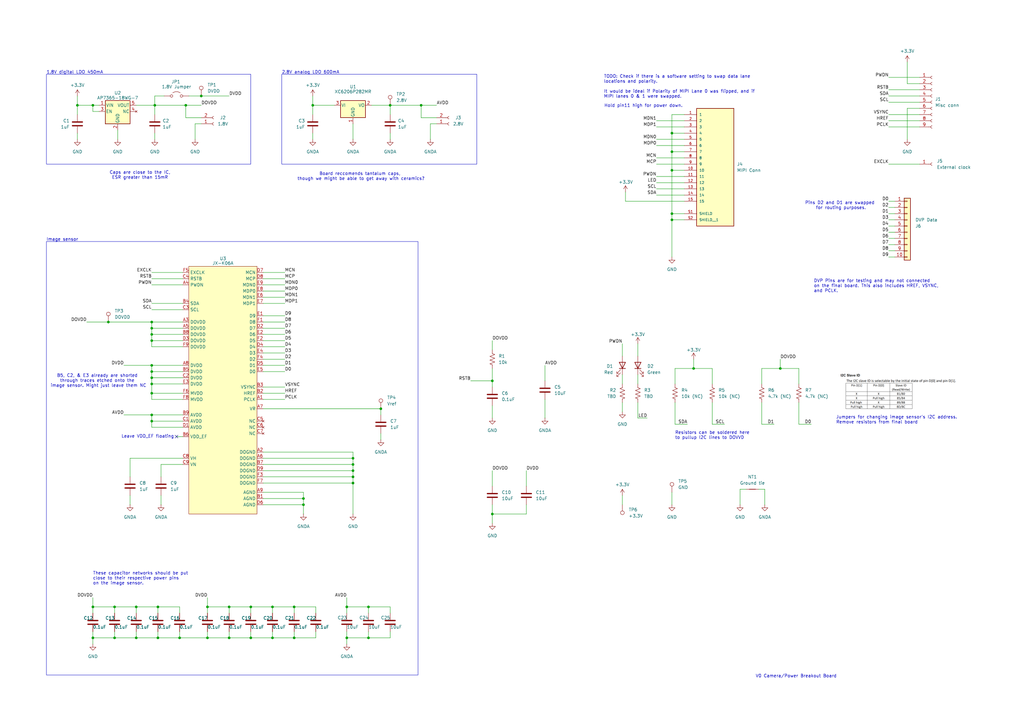
<source format=kicad_sch>
(kicad_sch (version 20231120) (generator "eeschema") (generator_version "8.0")
  (paper "A3")
  (lib_symbols
    (symbol "Connector:Conn_01x01_Socket" (pin_names (offset 1.016) hide)
      (property "Reference" "J" (at 0 2.54 0))
      (property "Value" "Conn_01x01_Socket" (at 0 -2.54 0))
      (symbol "Conn_01x01_Socket_1_1"
        (pin passive line (at -5.08 0 0) (length 3.81) (name "Pin_1") (number "1"))
      )
    )
    (symbol "Connector:Conn_01x02_Socket" (pin_names (offset 1.016) hide)
      (property "Reference" "J" (at 0 2.54 0))
      (property "Value" "Conn_01x02_Socket" (at 0 -5.08 0))
      (symbol "Conn_01x02_Socket_1_1"
        (pin passive line (at -5.08 0 0) (length 3.81) (name "Pin_1") (number "1"))
        (pin passive line (at -5.08 -2.54 0) (length 3.81) (name "Pin_2") (number "2"))
      )
    )
    (symbol "Connector:Conn_01x09_Socket" (pin_names (offset 1.016) hide)
      (property "Reference" "J" (at 0 12.7 0))
      (property "Value" "Conn_01x09_Socket" (at 0 -12.7 0))
      (symbol "Conn_01x09_Socket_1_1"
        (pin passive line (at -5.08 10.16 0) (length 3.81) (name "Pin_1") (number "1"))
        (pin passive line (at -5.08 7.62 0) (length 3.81) (name "Pin_2") (number "2"))
        (pin passive line (at -5.08 5.08 0) (length 3.81) (name "Pin_3") (number "3"))
        (pin passive line (at -5.08 2.54 0) (length 3.81) (name "Pin_4") (number "4"))
        (pin passive line (at -5.08 0 0) (length 3.81) (name "Pin_5") (number "5"))
        (pin passive line (at -5.08 -2.54 0) (length 3.81) (name "Pin_6") (number "6"))
        (pin passive line (at -5.08 -5.08 0) (length 3.81) (name "Pin_7") (number "7"))
        (pin passive line (at -5.08 -7.62 0) (length 3.81) (name "Pin_8") (number "8"))
        (pin passive line (at -5.08 -10.16 0) (length 3.81) (name "Pin_9") (number "9"))
      )
    )
    (symbol "Connector:TestPoint" (pin_numbers hide) (pin_names (offset 0.762) hide)
      (property "Reference" "TP" (at 0 6.858 0))
      (property "Value" "TestPoint" (at 0 5.08 0))
      (symbol "TestPoint_1_1"
        (pin passive line (at 0 0 90) (length 2.54) (name "1") (number "1"))
      )
    )
    (symbol "Connector_Generic:Conn_01x10" (pin_names (offset 1.016) hide)
      (property "Reference" "J" (at 0 12.7 0))
      (property "Value" "Conn_01x10" (at 0 -15.24 0))
      (symbol "Conn_01x10_1_1"
        (pin passive line (at -5.08 10.16 0) (length 3.81) (name "Pin_1") (number "1"))
        (pin passive line (at -5.08 -12.7 0) (length 3.81) (name "Pin_10") (number "10"))
        (pin passive line (at -5.08 7.62 0) (length 3.81) (name "Pin_2") (number "2"))
        (pin passive line (at -5.08 5.08 0) (length 3.81) (name "Pin_3") (number "3"))
        (pin passive line (at -5.08 2.54 0) (length 3.81) (name "Pin_4") (number "4"))
        (pin passive line (at -5.08 0 0) (length 3.81) (name "Pin_5") (number "5"))
        (pin passive line (at -5.08 -2.54 0) (length 3.81) (name "Pin_6") (number "6"))
        (pin passive line (at -5.08 -5.08 0) (length 3.81) (name "Pin_7") (number "7"))
        (pin passive line (at -5.08 -7.62 0) (length 3.81) (name "Pin_8") (number "8"))
        (pin passive line (at -5.08 -10.16 0) (length 3.81) (name "Pin_9") (number "9"))
      )
    )
    (symbol "Device:C" (pin_numbers hide) (pin_names (offset 0.254))
      (property "Reference" "C" (at 0.635 2.54 0))
      (property "Value" "C" (at 0.635 -2.54 0))
      (symbol "C_1_1"
        (pin passive line (at 0 3.81 270) (length 2.794) (name "~") (number "1"))
        (pin passive line (at 0 -3.81 90) (length 2.794) (name "~") (number "2"))
      )
    )
    (symbol "Device:LED" (pin_numbers hide) (pin_names (offset 1.016) hide)
      (property "Reference" "D" (at 0 2.54 0))
      (property "Value" "LED" (at 0 -2.54 0))
      (symbol "LED_1_1"
        (pin passive line (at -3.81 0 0) (length 2.54) (name "K") (number "1"))
        (pin passive line (at 3.81 0 180) (length 2.54) (name "A") (number "2"))
      )
    )
    (symbol "Device:NetTie_2" (pin_numbers hide) (pin_names (offset 0) hide) (in_bom no)
      (property "Reference" "NT" (at 0 1.27 0))
      (property "Value" "NetTie_2" (at 0 -1.27 0))
      (symbol "NetTie_2_1_1"
        (pin passive line (at -2.54 0 0) (length 2.54) (name "1") (number "1"))
        (pin passive line (at 2.54 0 180) (length 2.54) (name "2") (number "2"))
      )
    )
    (symbol "Device:R_US" (pin_numbers hide) (pin_names (offset 0))
      (property "Reference" "R" (at 2.54 0 90))
      (property "Value" "R_US" (at -2.54 0 90))
      (symbol "R_US_1_1"
        (pin passive line (at 0 3.81 270) (length 1.27) (name "~") (number "1"))
        (pin passive line (at 0 -3.81 90) (length 1.27) (name "~") (number "2"))
      )
    )
    (symbol "Jumper:Jumper_2_Open" (pin_numbers hide) (pin_names (offset 0) hide) (exclude_from_sim yes)
      (property "Reference" "JP" (at 0 2.794 0))
      (property "Value" "Jumper_2_Open" (at 0 -2.286 0))
      (symbol "Jumper_2_Open_1_1"
        (pin passive line (at -5.08 0 0) (length 2.54) (name "A") (number "1"))
        (pin passive line (at 5.08 0 180) (length 2.54) (name "B") (number "2"))
      )
    )
    (symbol "Regulator_Linear:TPS76338" (pin_names (offset 0.254))
      (property "Reference" "U4" (at 0 7.62 0))
      (symbol "TPS76338_1_1"
        (pin power_in line (at -7.62 2.54 0) (length 2.54) (name "VIN") (number "1"))
        (pin power_in line (at 0 -7.62 90) (length 2.54) (name "GND") (number "2"))
        (pin input line (at -7.62 0 0) (length 2.54) (name "EN") (number "3"))
        (pin no_connect line (at 7.62 0 180) (length 2.54) (name "NC") (number "4"))
        (pin power_out line (at 7.62 2.54 180) (length 2.54) (name "VOUT") (number "5"))
      )
    )
    (symbol "Regulator_Linear:XC6206PxxxMR" (pin_names (offset 0.254))
      (property "Reference" "U" (at -3.81 3.175 0))
      (property "Value" "XC6206PxxxMR" (at 0 3.175 0))
      (symbol "XC6206PxxxMR_1_1"
        (pin power_in line (at 0 -7.62 90) (length 2.54) (name "GND") (number "1"))
        (pin power_out line (at 7.62 0 180) (length 2.54) (name "VO") (number "2"))
        (pin power_in line (at -7.62 0 0) (length 2.54) (name "VI") (number "3"))
      )
    )
    (symbol "power:+3.3V" (power) (pin_names (offset 0))
      (property "Value" "+3.3V" (at 0 3.556 0))
      (symbol "+3.3V_1_1"
        (pin power_in line (at 0 0 90) (length 0) hide (name "+3.3V") (number "1"))
      )
    )
    (symbol "power:GND" (power) (pin_names (offset 0))
      (property "Value" "GND" (at 0 -3.81 0))
      (symbol "GND_1_1"
        (pin power_in line (at 0 0 270) (length 0) hide (name "GND") (number "1"))
      )
    )
    (symbol "power:GNDA" (power) (pin_numbers hide) (pin_names (offset 0) hide)
      (property "Value" "GNDA" (at 0 -3.81 0))
      (symbol "GNDA_1_1"
        (pin power_in line (at 0 0 270) (length 0) (name "~") (number "1"))
      )
    )
    (symbol "uwrl_hardware:JX-F38P/K06A"
      (property "Reference" "U4" (at 0 1.905 0))
      (property "Value" "JX-K06A" (at 0 0 0))
      (symbol "JX-F38P/K06A_0_0"
        (text "" (at 16.51 -38.1 0) (effects (font (size 1.27 1.27))))
      )
      (symbol "JX-F38P/K06A_1_1"
        (pin bidirectional line (at 16.51 -55.88 180) (length 2.54) (name "PCLK") (number "A1"))
        (pin power_out line (at 16.51 -77.47 180) (length 2.54) (name "DOGND") (number "A2"))
        (pin power_in line (at -16.51 -24.13 0) (length 2.54) (name "DOVDD") (number "A3"))
        (pin input line (at -16.51 -8.89 0) (length 2.54) (name "PWDN") (number "A4"))
        (pin power_in line (at -16.51 -26.67 0) (length 2.54) (name "DOVDD") (number "A5"))
        (pin power_out line (at 16.51 -80.01 180) (length 2.54) (name "DOGND") (number "A6"))
        (pin passive line (at 16.51 -59.69 180) (length 2.54) (name "VR") (number "A7"))
        (pin power_in line (at -16.51 -41.91 0) (length 2.54) (name "DVDD") (number "A8"))
        (pin power_out line (at 16.51 -93.98 180) (length 2.54) (name "AGND") (number "A9"))
        (pin power_out line (at 16.51 -96.52 180) (length 2.54) (name "AGND") (number "B1"))
        (pin bidirectional line (at 16.51 -53.34 180) (length 2.54) (name "HREF") (number "B2"))
        (pin bidirectional line (at 16.51 -50.8 180) (length 2.54) (name "VSYNC") (number "B3"))
        (pin bidirectional line (at -16.51 -16.51 0) (length 2.54) (name "SDA") (number "B4"))
        (pin power_in line (at -16.51 -44.45 0) (length 2.54) (name "DVDD") (number "B5"))
        (pin power_in line (at -16.51 -71.12 0) (length 2.54) (name "VDD_EF") (number "B6"))
        (pin power_out line (at 16.51 -82.55 180) (length 2.54) (name "DOGND") (number "B7"))
        (pin power_in line (at -16.51 -29.21 0) (length 2.54) (name "DOVDD") (number "B8"))
        (pin power_in line (at -16.51 -62.23 0) (length 2.54) (name "AVDD") (number "B9"))
        (pin power_in line (at -16.51 -64.77 0) (length 2.54) (name "AVDD") (number "C1"))
        (pin power_in line (at -16.51 -46.99 0) (length 2.54) (name "DVDD") (number "C2"))
        (pin input line (at -16.51 -19.05 0) (length 2.54) (name "SCL") (number "C3"))
        (pin input line (at -16.51 -6.35 0) (length 2.54) (name "RSTB") (number "C4"))
        (pin no_connect line (at 16.51 -64.77 180) (length 2.54) (name "NC") (number "C5"))
        (pin no_connect line (at 16.51 -67.31 180) (length 2.54) (name "NC") (number "C6"))
        (pin no_connect line (at 16.51 -69.85 180) (length 2.54) (name "NC") (number "C7"))
        (pin passive line (at -16.51 -80.01 0) (length 2.54) (name "VH") (number "C8"))
        (pin passive line (at -16.51 -82.55 0) (length 2.54) (name "VN") (number "C9"))
        (pin power_in line (at -16.51 -67.31 0) (length 2.54) (name "AVDD") (number "D1"))
        (pin bidirectional line (at 16.51 -26.67 180) (length 2.54) (name "D7") (number "D2"))
        (pin power_in line (at -16.51 -31.75 0) (length 2.54) (name "DOVDD") (number "D3"))
        (pin bidirectional line (at 16.51 -34.29 180) (length 2.54) (name "D4") (number "D4"))
        (pin bidirectional line (at 16.51 -41.91 180) (length 2.54) (name "D1") (number "D5"))
        (pin power_out line (at 16.51 -99.06 180) (length 2.54) (name "AGND") (number "D6"))
        (pin bidirectional line (at 16.51 -3.81 180) (length 2.54) (name "MCN") (number "D7"))
        (pin bidirectional line (at 16.51 -6.35 180) (length 2.54) (name "MCP") (number "D8"))
        (pin power_out line (at 16.51 -85.09 180) (length 2.54) (name "DOGND") (number "D9"))
        (pin bidirectional line (at 16.51 -21.59 180) (length 2.54) (name "D9") (number "E1"))
        (pin bidirectional line (at 16.51 -29.21 180) (length 2.54) (name "D6") (number "E2"))
        (pin power_in line (at -16.51 -49.53 0) (length 2.54) (name "DVDD") (number "E3"))
        (pin bidirectional line (at 16.51 -36.83 180) (length 2.54) (name "D3") (number "E4"))
        (pin bidirectional line (at 16.51 -44.45 180) (length 2.54) (name "D0") (number "E5"))
        (pin bidirectional line (at 16.51 -13.97 180) (length 2.54) (name "MDN1") (number "E6"))
        (pin bidirectional line (at 16.51 -16.51 180) (length 2.54) (name "MDP1") (number "E7"))
        (pin bidirectional line (at 16.51 -11.43 180) (length 2.54) (name "MDP0") (number "E8"))
        (pin bidirectional line (at 16.51 -8.89 180) (length 2.54) (name "MDN0") (number "E9"))
        (pin bidirectional line (at 16.51 -24.13 180) (length 2.54) (name "D8") (number "F1"))
        (pin bidirectional line (at 16.51 -31.75 180) (length 2.54) (name "D5") (number "F2"))
        (pin power_out line (at 16.51 -87.63 180) (length 2.54) (name "DOGND") (number "F3"))
        (pin bidirectional line (at 16.51 -39.37 180) (length 2.54) (name "D2") (number "F4"))
        (pin input line (at -16.51 -3.81 0) (length 2.54) (name "EXCLK") (number "F5"))
        (pin power_in line (at -16.51 -53.34 0) (length 2.54) (name "MVDD") (number "F6"))
        (pin power_out line (at 16.51 -90.17 180) (length 2.54) (name "DOGND") (number "F7"))
        (pin power_in line (at -16.51 -55.88 0) (length 2.54) (name "MVDD") (number "F8"))
        (pin power_in line (at -16.51 -34.29 0) (length 2.54) (name "DOVDD") (number "F9"))
      )
    )
    (symbol "uwrl_hardware:SFW15R-2STE1LF" (pin_names (offset 1.016))
      (property "Reference" "J" (at -8.12 22.86 0))
      (property "Value" "SFW15R-2STE1LF" (at -7.62 -27.94 0))
      (symbol "SFW15R-2STE1LF_0_0"
        (pin passive line (at -12.7 20.32 0) (length 5.08) (name "1") (number "1"))
        (pin passive line (at -12.7 -2.54 0) (length 5.08) (name "10") (number "10"))
        (pin passive line (at -12.7 -5.08 0) (length 5.08) (name "11") (number "11"))
        (pin passive line (at -12.7 -7.62 0) (length 5.08) (name "12") (number "12"))
        (pin passive line (at -12.7 -10.16 0) (length 5.08) (name "13") (number "13"))
        (pin passive line (at -12.7 -12.7 0) (length 5.08) (name "14") (number "14"))
        (pin passive line (at -12.7 -15.24 0) (length 5.08) (name "15") (number "15"))
        (pin passive line (at -12.7 17.78 0) (length 5.08) (name "2") (number "2"))
        (pin passive line (at -12.7 15.24 0) (length 5.08) (name "3") (number "3"))
        (pin passive line (at -12.7 12.7 0) (length 5.08) (name "4") (number "4"))
        (pin passive line (at -12.7 10.16 0) (length 5.08) (name "5") (number "5"))
        (pin passive line (at -12.7 7.62 0) (length 5.08) (name "6") (number "6"))
        (pin passive line (at -12.7 5.08 0) (length 5.08) (name "7") (number "7"))
        (pin passive line (at -12.7 2.54 0) (length 5.08) (name "8") (number "8"))
        (pin passive line (at -12.7 0 0) (length 5.08) (name "9") (number "9"))
        (pin passive line (at -12.7 -20.32 0) (length 5.08) (name "SHIELD") (number "S1"))
        (pin passive line (at -12.7 -22.86 0) (length 5.08) (name "SHIELD__1") (number "S2"))
      )
    )
  )
  (junction (at 62.23 154.94))
  (junction (at 62.23 132.08))
  (junction (at 62.23 139.7))
  (junction (at 63.5 43.18))
  (junction (at 85.09 261.62))
  (junction (at 275.59 54.61))
  (junction (at 156.21 167.64))
  (junction (at 151.13 261.62))
  (junction (at 62.23 152.4))
  (junction (at 144.78 187.96))
  (junction (at 62.23 172.72))
  (junction (at 275.59 62.23))
  (junction (at 128.27 43.18))
  (junction (at 93.98 248.92))
  (junction (at 144.78 193.04))
  (junction (at 38.1 261.62))
  (junction (at 31.75 43.18))
  (junction (at 144.78 190.5))
  (junction (at 38.1 43.18))
  (junction (at 85.09 248.92))
  (junction (at 201.93 210.82))
  (junction (at 46.99 261.62))
  (junction (at 111.76 248.92))
  (junction (at 111.76 261.62))
  (junction (at 124.46 204.47))
  (junction (at 320.04 151.13))
  (junction (at 201.93 156.21))
  (junction (at 102.87 261.62))
  (junction (at 62.23 157.48))
  (junction (at 76.2 43.18))
  (junction (at 55.88 248.92))
  (junction (at 142.24 261.62))
  (junction (at 124.46 207.01))
  (junction (at 73.66 261.62))
  (junction (at 62.23 134.62))
  (junction (at 284.48 151.13))
  (junction (at 275.59 87.63))
  (junction (at 172.72 43.18))
  (junction (at 93.98 261.62))
  (junction (at 120.65 261.62))
  (junction (at 46.99 248.92))
  (junction (at 142.24 248.92))
  (junction (at 55.88 261.62))
  (junction (at 82.55 39.37))
  (junction (at 64.77 248.92))
  (junction (at 44.45 132.08))
  (junction (at 62.23 161.29))
  (junction (at 275.59 90.17))
  (junction (at 62.23 170.18))
  (junction (at 64.77 261.62))
  (junction (at 144.78 198.12))
  (junction (at 160.02 43.18))
  (junction (at 62.23 137.16))
  (junction (at 38.1 248.92))
  (junction (at 151.13 248.92))
  (junction (at 275.59 69.85))
  (junction (at 120.65 248.92))
  (junction (at 144.78 195.58))
  (junction (at 102.87 248.92))
  (junction (at 62.23 149.86))
  (no_connect (at 72.39 179.07))
  (wire (pts (xy 364.49 49.53) (xy 377.19 49.53)))
  (wire (pts (xy 172.72 43.18) (xy 179.07 43.18)))
  (wire (pts (xy 215.9 210.82) (xy 201.93 210.82)))
  (wire (pts (xy 144.78 50.8) (xy 144.78 57.15)))
  (wire (pts (xy 124.46 201.93) (xy 124.46 204.47)))
  (wire (pts (xy 63.5 43.18) (xy 63.5 46.99)))
  (wire (pts (xy 31.75 54.61) (xy 31.75 57.15)))
  (wire (pts (xy 201.93 166.37) (xy 201.93 171.45)))
  (wire (pts (xy 107.95 121.92) (xy 116.84 121.92)))
  (wire (pts (xy 107.95 116.84) (xy 116.84 116.84)))
  (wire (pts (xy 372.11 25.4) (xy 372.11 34.29)))
  (wire (pts (xy 269.24 77.47) (xy 280.67 77.47)))
  (wire (pts (xy 269.24 59.69) (xy 280.67 59.69)))
  (wire (pts (xy 292.1 151.13) (xy 284.48 151.13)))
  (wire (pts (xy 107.95 195.58) (xy 144.78 195.58)))
  (wire (pts (xy 292.1 151.13) (xy 292.1 157.48)))
  (wire (pts (xy 62.23 157.48) (xy 62.23 154.94)))
  (wire (pts (xy 62.23 137.16) (xy 62.23 134.62)))
  (wire (pts (xy 120.65 259.08) (xy 120.65 261.62)))
  (wire (pts (xy 312.42 151.13) (xy 312.42 157.48)))
  (wire (pts (xy 280.67 87.63) (xy 275.59 87.63)))
  (wire (pts (xy 201.93 193.04) (xy 201.93 199.39)))
  (wire (pts (xy 107.95 147.32) (xy 116.84 147.32)))
  (wire (pts (xy 364.49 100.33) (xy 367.03 100.33)))
  (wire (pts (xy 129.54 259.08) (xy 129.54 261.62)))
  (wire (pts (xy 73.66 251.46) (xy 73.66 248.92)))
  (wire (pts (xy 63.5 54.61) (xy 63.5 57.15)))
  (wire (pts (xy 62.23 152.4) (xy 74.93 152.4)))
  (wire (pts (xy 107.95 152.4) (xy 116.84 152.4)))
  (wire (pts (xy 129.54 248.92) (xy 129.54 251.46)))
  (wire (pts (xy 275.59 201.93) (xy 275.59 207.01)))
  (wire (pts (xy 297.18 173.99) (xy 292.1 173.99)))
  (wire (pts (xy 35.56 132.08) (xy 44.45 132.08)))
  (wire (pts (xy 160.02 261.62) (xy 151.13 261.62)))
  (wire (pts (xy 62.23 154.94) (xy 62.23 152.4)))
  (wire (pts (xy 38.1 261.62) (xy 38.1 264.16)))
  (wire (pts (xy 269.24 57.15) (xy 280.67 57.15)))
  (wire (pts (xy 107.95 129.54) (xy 116.84 129.54)))
  (wire (pts (xy 74.93 175.26) (xy 62.23 175.26)))
  (wire (pts (xy 107.95 163.83) (xy 116.84 163.83)))
  (wire (pts (xy 364.49 46.99) (xy 377.19 46.99)))
  (wire (pts (xy 261.62 171.45) (xy 265.43 171.45)))
  (wire (pts (xy 62.23 132.08) (xy 74.93 132.08)))
  (wire (pts (xy 303.53 207.01) (xy 303.53 200.66)))
  (wire (pts (xy 44.45 132.08) (xy 62.23 132.08)))
  (wire (pts (xy 367.03 82.55) (xy 364.49 82.55)))
  (wire (pts (xy 142.24 259.08) (xy 142.24 261.62)))
  (wire (pts (xy 107.95 201.93) (xy 124.46 201.93)))
  (wire (pts (xy 144.78 193.04) (xy 144.78 195.58)))
  (wire (pts (xy 160.02 259.08) (xy 160.02 261.62)))
  (wire (pts (xy 160.02 54.61) (xy 160.02 57.15)))
  (wire (pts (xy 269.24 72.39) (xy 280.67 72.39)))
  (wire (pts (xy 303.53 200.66) (xy 306.07 200.66)))
  (wire (pts (xy 255.27 140.97) (xy 255.27 146.05)))
  (wire (pts (xy 129.54 261.62) (xy 120.65 261.62)))
  (wire (pts (xy 215.9 193.04) (xy 215.9 199.39)))
  (wire (pts (xy 107.95 193.04) (xy 144.78 193.04)))
  (wire (pts (xy 364.49 105.41) (xy 367.03 105.41)))
  (wire (pts (xy 292.1 173.99) (xy 292.1 165.1)))
  (wire (pts (xy 46.99 251.46) (xy 46.99 248.92)))
  (wire (pts (xy 256.54 82.55) (xy 256.54 78.74)))
  (wire (pts (xy 85.09 245.11) (xy 85.09 248.92)))
  (wire (pts (xy 151.13 261.62) (xy 142.24 261.62)))
  (wire (pts (xy 223.52 163.83) (xy 223.52 171.45)))
  (wire (pts (xy 55.88 259.08) (xy 55.88 261.62)))
  (wire (pts (xy 120.65 261.62) (xy 111.76 261.62)))
  (wire (pts (xy 261.62 165.1) (xy 261.62 171.45)))
  (wire (pts (xy 332.74 173.99) (xy 327.66 173.99)))
  (wire (pts (xy 62.23 137.16) (xy 74.93 137.16)))
  (wire (pts (xy 280.67 46.99) (xy 275.59 46.99)))
  (wire (pts (xy 120.65 248.92) (xy 111.76 248.92)))
  (wire (pts (xy 372.11 57.15) (xy 372.11 44.45)))
  (wire (pts (xy 124.46 207.01) (xy 124.46 210.82)))
  (wire (pts (xy 128.27 43.18) (xy 128.27 39.37)))
  (wire (pts (xy 275.59 69.85) (xy 275.59 87.63)))
  (wire (pts (xy 255.27 153.67) (xy 255.27 157.48)))
  (wire (pts (xy 372.11 44.45) (xy 377.19 44.45)))
  (wire (pts (xy 160.02 43.18) (xy 172.72 43.18)))
  (wire (pts (xy 107.95 132.08) (xy 116.84 132.08)))
  (wire (pts (xy 38.1 259.08) (xy 38.1 261.62)))
  (wire (pts (xy 74.93 190.5) (xy 66.04 190.5)))
  (wire (pts (xy 160.02 43.18) (xy 160.02 46.99)))
  (wire (pts (xy 48.26 53.34) (xy 48.26 57.15)))
  (wire (pts (xy 82.55 50.8) (xy 80.01 50.8)))
  (wire (pts (xy 107.95 190.5) (xy 144.78 190.5)))
  (wire (pts (xy 62.23 114.3) (xy 74.93 114.3)))
  (wire (pts (xy 107.95 134.62) (xy 116.84 134.62)))
  (wire (pts (xy 160.02 248.92) (xy 151.13 248.92)))
  (wire (pts (xy 53.34 187.96) (xy 53.34 195.58)))
  (wire (pts (xy 276.86 151.13) (xy 284.48 151.13)))
  (wire (pts (xy 142.24 248.92) (xy 142.24 251.46)))
  (wire (pts (xy 280.67 90.17) (xy 275.59 90.17)))
  (wire (pts (xy 63.5 43.18) (xy 76.2 43.18)))
  (wire (pts (xy 311.15 200.66) (xy 313.69 200.66)))
  (wire (pts (xy 107.95 139.7) (xy 116.84 139.7)))
  (wire (pts (xy 62.23 172.72) (xy 62.23 175.26)))
  (wire (pts (xy 223.52 149.86) (xy 223.52 156.21)))
  (wire (pts (xy 107.95 161.29) (xy 116.84 161.29)))
  (wire (pts (xy 62.23 134.62) (xy 62.23 132.08)))
  (wire (pts (xy 142.24 261.62) (xy 142.24 264.16)))
  (wire (pts (xy 275.59 62.23) (xy 280.67 62.23)))
  (wire (pts (xy 364.49 97.79) (xy 367.03 97.79)))
  (wire (pts (xy 124.46 204.47) (xy 124.46 207.01)))
  (wire (pts (xy 364.49 41.91) (xy 377.19 41.91)))
  (wire (pts (xy 255.27 207.01) (xy 255.27 203.2)))
  (wire (pts (xy 73.66 248.92) (xy 64.77 248.92)))
  (wire (pts (xy 107.95 167.64) (xy 156.21 167.64)))
  (wire (pts (xy 31.75 43.18) (xy 31.75 46.99)))
  (wire (pts (xy 64.77 248.92) (xy 64.77 251.46)))
  (wire (pts (xy 327.66 151.13) (xy 327.66 157.48)))
  (wire (pts (xy 275.59 69.85) (xy 280.67 69.85)))
  (wire (pts (xy 62.23 142.24) (xy 62.23 139.7)))
  (wire (pts (xy 38.1 43.18) (xy 31.75 43.18)))
  (wire (pts (xy 364.49 95.25) (xy 367.03 95.25)))
  (wire (pts (xy 72.39 179.07) (xy 74.93 179.07)))
  (wire (pts (xy 144.78 190.5) (xy 144.78 193.04)))
  (wire (pts (xy 111.76 248.92) (xy 102.87 248.92)))
  (wire (pts (xy 172.72 48.26) (xy 179.07 48.26)))
  (wire (pts (xy 367.03 90.17) (xy 364.49 90.17)))
  (wire (pts (xy 176.53 50.8) (xy 176.53 57.15)))
  (wire (pts (xy 107.95 198.12) (xy 144.78 198.12)))
  (wire (pts (xy 50.8 149.86) (xy 62.23 149.86)))
  (wire (pts (xy 40.64 45.72) (xy 38.1 45.72)))
  (wire (pts (xy 62.23 161.29) (xy 62.23 157.48)))
  (wire (pts (xy 172.72 43.18) (xy 172.72 48.26)))
  (wire (pts (xy 320.04 151.13) (xy 320.04 147.32)))
  (wire (pts (xy 269.24 67.31) (xy 280.67 67.31)))
  (wire (pts (xy 107.95 111.76) (xy 116.84 111.76)))
  (wire (pts (xy 269.24 52.07) (xy 280.67 52.07)))
  (wire (pts (xy 55.88 248.92) (xy 46.99 248.92)))
  (wire (pts (xy 66.04 190.5) (xy 66.04 195.58)))
  (wire (pts (xy 201.93 139.7) (xy 201.93 143.51)))
  (wire (pts (xy 107.95 142.24) (xy 116.84 142.24)))
  (wire (pts (xy 38.1 43.18) (xy 40.64 43.18)))
  (wire (pts (xy 46.99 248.92) (xy 38.1 248.92)))
  (wire (pts (xy 269.24 64.77) (xy 280.67 64.77)))
  (wire (pts (xy 62.23 152.4) (xy 62.23 149.86)))
  (wire (pts (xy 46.99 261.62) (xy 55.88 261.62)))
  (wire (pts (xy 160.02 251.46) (xy 160.02 248.92)))
  (wire (pts (xy 128.27 43.18) (xy 128.27 46.99)))
  (wire (pts (xy 276.86 173.99) (xy 276.86 165.1)))
  (wire (pts (xy 102.87 248.92) (xy 102.87 251.46)))
  (wire (pts (xy 62.23 134.62) (xy 74.93 134.62)))
  (wire (pts (xy 62.23 139.7) (xy 62.23 137.16)))
  (wire (pts (xy 55.88 261.62) (xy 64.77 261.62)))
  (wire (pts (xy 93.98 39.37) (xy 82.55 39.37)))
  (wire (pts (xy 107.95 158.75) (xy 116.84 158.75)))
  (wire (pts (xy 62.23 154.94) (xy 74.93 154.94)))
  (wire (pts (xy 93.98 259.08) (xy 93.98 261.62)))
  (wire (pts (xy 31.75 43.18) (xy 31.75 39.37)))
  (wire (pts (xy 107.95 119.38) (xy 116.84 119.38)))
  (wire (pts (xy 62.23 161.29) (xy 74.93 161.29)))
  (wire (pts (xy 156.21 167.64) (xy 156.21 170.18)))
  (wire (pts (xy 107.95 187.96) (xy 144.78 187.96)))
  (wire (pts (xy 38.1 245.11) (xy 38.1 248.92)))
  (wire (pts (xy 261.62 140.97) (xy 261.62 146.05)))
  (wire (pts (xy 364.49 67.31) (xy 377.19 67.31)))
  (wire (pts (xy 275.59 87.63) (xy 275.59 90.17)))
  (wire (pts (xy 275.59 46.99) (xy 275.59 54.61)))
  (wire (pts (xy 46.99 259.08) (xy 46.99 261.62)))
  (wire (pts (xy 275.59 62.23) (xy 275.59 69.85)))
  (wire (pts (xy 313.69 200.66) (xy 313.69 207.01)))
  (wire (pts (xy 62.23 149.86) (xy 74.93 149.86)))
  (wire (pts (xy 364.49 31.75) (xy 377.19 31.75)))
  (wire (pts (xy 312.42 173.99) (xy 312.42 165.1)))
  (wire (pts (xy 111.76 259.08) (xy 111.76 261.62)))
  (wire (pts (xy 364.49 39.37) (xy 377.19 39.37)))
  (wire (pts (xy 62.23 170.18) (xy 62.23 172.72)))
  (wire (pts (xy 62.23 127) (xy 74.93 127)))
  (wire (pts (xy 64.77 248.92) (xy 55.88 248.92)))
  (wire (pts (xy 55.88 43.18) (xy 63.5 43.18)))
  (wire (pts (xy 281.94 173.99) (xy 276.86 173.99)))
  (wire (pts (xy 107.95 124.46) (xy 116.84 124.46)))
  (wire (pts (xy 64.77 259.08) (xy 64.77 261.62)))
  (wire (pts (xy 63.5 43.18) (xy 63.5 39.37)))
  (wire (pts (xy 364.49 102.87) (xy 367.03 102.87)))
  (wire (pts (xy 107.95 149.86) (xy 116.84 149.86)))
  (wire (pts (xy 74.93 142.24) (xy 62.23 142.24)))
  (wire (pts (xy 93.98 251.46) (xy 93.98 248.92)))
  (wire (pts (xy 372.11 34.29) (xy 377.19 34.29)))
  (wire (pts (xy 367.03 92.71) (xy 364.49 92.71)))
  (wire (pts (xy 144.78 198.12) (xy 144.78 210.82)))
  (wire (pts (xy 62.23 157.48) (xy 74.93 157.48)))
  (wire (pts (xy 280.67 82.55) (xy 256.54 82.55)))
  (wire (pts (xy 62.23 124.46) (xy 74.93 124.46)))
  (wire (pts (xy 193.04 156.21) (xy 201.93 156.21)))
  (wire (pts (xy 73.66 259.08) (xy 73.66 261.62)))
  (wire (pts (xy 111.76 248.92) (xy 111.76 251.46)))
  (wire (pts (xy 364.49 52.07) (xy 377.19 52.07)))
  (wire (pts (xy 38.1 45.72) (xy 38.1 43.18)))
  (wire (pts (xy 102.87 259.08) (xy 102.87 261.62)))
  (wire (pts (xy 76.2 43.18) (xy 76.2 48.26)))
  (wire (pts (xy 215.9 207.01) (xy 215.9 210.82)))
  (wire (pts (xy 66.04 203.2) (xy 66.04 207.01)))
  (wire (pts (xy 80.01 50.8) (xy 80.01 57.15)))
  (wire (pts (xy 107.95 137.16) (xy 116.84 137.16)))
  (wire (pts (xy 128.27 54.61) (xy 128.27 57.15)))
  (wire (pts (xy 269.24 74.93) (xy 280.67 74.93)))
  (wire (pts (xy 85.09 261.62) (xy 73.66 261.62)))
  (wire (pts (xy 269.24 80.01) (xy 280.67 80.01)))
  (wire (pts (xy 156.21 177.8) (xy 156.21 180.34)))
  (wire (pts (xy 76.2 43.18) (xy 82.55 43.18)))
  (wire (pts (xy 63.5 39.37) (xy 67.31 39.37)))
  (wire (pts (xy 107.95 144.78) (xy 116.84 144.78)))
  (wire (pts (xy 85.09 259.08) (xy 85.09 261.62)))
  (wire (pts (xy 261.62 153.67) (xy 261.62 157.48)))
  (wire (pts (xy 201.93 151.13) (xy 201.93 156.21)))
  (wire (pts (xy 38.1 248.92) (xy 38.1 251.46)))
  (wire (pts (xy 102.87 248.92) (xy 93.98 248.92)))
  (wire (pts (xy 201.93 207.01) (xy 201.93 210.82)))
  (wire (pts (xy 201.93 156.21) (xy 201.93 158.75)))
  (wire (pts (xy 367.03 87.63) (xy 364.49 87.63)))
  (wire (pts (xy 76.2 48.26) (xy 82.55 48.26)))
  (wire (pts (xy 327.66 173.99) (xy 327.66 165.1)))
  (wire (pts (xy 50.8 170.18) (xy 62.23 170.18)))
  (wire (pts (xy 142.24 245.11) (xy 142.24 248.92)))
  (wire (pts (xy 62.23 170.18) (xy 74.93 170.18)))
  (wire (pts (xy 151.13 259.08) (xy 151.13 261.62)))
  (wire (pts (xy 152.4 43.18) (xy 160.02 43.18)))
  (wire (pts (xy 62.23 163.83) (xy 62.23 161.29)))
  (wire (pts (xy 275.59 54.61) (xy 275.59 62.23)))
  (wire (pts (xy 255.27 165.1) (xy 255.27 168.91)))
  (wire (pts (xy 120.65 248.92) (xy 129.54 248.92)))
  (wire (pts (xy 179.07 50.8) (xy 176.53 50.8)))
  (wire (pts (xy 62.23 163.83) (xy 74.93 163.83)))
  (wire (pts (xy 275.59 54.61) (xy 280.67 54.61)))
  (wire (pts (xy 93.98 248.92) (xy 85.09 248.92)))
  (wire (pts (xy 102.87 261.62) (xy 93.98 261.62)))
  (wire (pts (xy 85.09 248.92) (xy 85.09 251.46)))
  (wire (pts (xy 144.78 195.58) (xy 144.78 198.12)))
  (wire (pts (xy 107.95 185.42) (xy 144.78 185.42)))
  (wire (pts (xy 55.88 248.92) (xy 55.88 251.46)))
  (wire (pts (xy 107.95 207.01) (xy 124.46 207.01)))
  (wire (pts (xy 364.49 36.83) (xy 377.19 36.83)))
  (wire (pts (xy 128.27 43.18) (xy 137.16 43.18)))
  (wire (pts (xy 151.13 248.92) (xy 142.24 248.92)))
  (wire (pts (xy 144.78 185.42) (xy 144.78 187.96)))
  (wire (pts (xy 53.34 203.2) (xy 53.34 207.01)))
  (wire (pts (xy 107.95 204.47) (xy 124.46 204.47)))
  (wire (pts (xy 367.03 85.09) (xy 364.49 85.09)))
  (wire (pts (xy 151.13 248.92) (xy 151.13 251.46)))
  (wire (pts (xy 269.24 49.53) (xy 280.67 49.53)))
  (wire (pts (xy 62.23 139.7) (xy 74.93 139.7)))
  (wire (pts (xy 107.95 114.3) (xy 116.84 114.3)))
  (wire (pts (xy 62.23 111.76) (xy 74.93 111.76)))
  (wire (pts (xy 317.5 173.99) (xy 312.42 173.99)))
  (wire (pts (xy 111.76 261.62) (xy 102.87 261.62)))
  (wire (pts (xy 74.93 172.72) (xy 62.23 172.72)))
  (wire (pts (xy 93.98 261.62) (xy 85.09 261.62)))
  (wire (pts (xy 74.93 187.96) (xy 53.34 187.96)))
  (wire (pts (xy 144.78 187.96) (xy 144.78 190.5)))
  (wire (pts (xy 77.47 39.37) (xy 82.55 39.37)))
  (wire (pts (xy 276.86 151.13) (xy 276.86 157.48)))
  (wire (pts (xy 62.23 116.84) (xy 74.93 116.84)))
  (wire (pts (xy 64.77 261.62) (xy 73.66 261.62)))
  (wire (pts (xy 284.48 151.13) (xy 284.48 147.32)))
  (wire (pts (xy 38.1 261.62) (xy 46.99 261.62)))
  (wire (pts (xy 201.93 210.82) (xy 201.93 214.63)))
  (wire (pts (xy 312.42 151.13) (xy 320.04 151.13)))
  (wire (pts (xy 327.66 151.13) (xy 320.04 151.13)))
  (wire (pts (xy 275.59 90.17) (xy 275.59 105.41)))
  (wire (pts (xy 120.65 251.46) (xy 120.65 248.92)))
  (rectangle (start 19.05 30.48) (end 102.87 67.31))
  (rectangle (start 19.05 99.06) (end 171.45 276.86))
  (rectangle (start 115.57 30.48) (end 195.58 67.31))
  (image (at 368.3 160.02) (scale 0.219621))
  (text "1.8V digital LDO 450mA" (at 19.05 30.48 0) (effects (font (size 1.27 1.27)) (justify left bottom)))
  (text "Pins D2 and D1 are swapped \nfor routing purposes." (at 344.932 84.328 0) (effects (font (size 1.27 1.27))))
  (text "V0 Camera/Power Breakout Board" (at 309.88 278.13 0) (effects (font (size 1.27 1.27)) (justify left bottom)))
  (text "Hold pin11 high for power down.\n" (at 263.906 43.434 0) (effects (font (size 1.27 1.27))))
  (text "Resistors can be soldered here\nto pullup I2C lines to DOVVD\n" (at 276.86 180.34 0) (effects (font (size 1.27 1.27)) (justify left bottom)))
  (text "TODO: Check if there is a software setting to swap data lane \nlocations and polarity. \n\nIt would be ideal if Polarity of MIPI Lane 0 was flipped, and if \nMIPI lanes 0 & 1 were swapped. " (at 247.65 35.56 0) (effects (font (size 1.27 1.27)) (justify left)))
  (text "These capacitor networks should be put \nclose to their respective power pins\non the image sensor. \n" (at 38.1 240.03 0) (effects (font (size 1.27 1.27)) (justify left bottom)))
  (text "B5, C2, & E3 already are shorted \nthrough traces etched onto the \nimage sensor. Might just leave them NC" (at 40.386 156.21 0) (effects (font (size 1.27 1.27))))
  (text "2.8V analog LDO 600mA" (at 115.57 30.48 0) (effects (font (size 1.27 1.27)) (justify left bottom)))
  (text "Image sensor" (at 19.05 99.06 0) (effects (font (size 1.27 1.27)) (justify left bottom)))
  (text "DVP Pins are for testing and may not connected\non the final board. This also includes HREF, VSYNC,\nand PCLK." (at 333.756 120.142 0) (effects (font (size 1.27 1.27)) (justify left bottom)))
  (text "Board reccomends tantalum caps, \nthough we might be able to get away with ceramics?" (at 148.082 72.39 0) (effects (font (size 1.27 1.27))))
  (text "Leave VDD_EF floating" (at 49.784 179.832 0) (effects (font (size 1.27 1.27)) (justify left bottom)))
  (text "Caps are close to the IC,\nESR greater than 15mR" (at 57.404 71.882 0) (effects (font (size 1.27 1.27))))
  (text "Jumpers for changing image sensor's I2C address.\nRemove resistors from final board\n" (at 342.9 173.99 0) (effects (font (size 1.27 1.27)) (justify left bottom)))
  (label "PCLK" (at 364.49 52.07 180))
  (label "D8" (at 116.84 132.08 0))
  (label "MDP1" (at 269.24 52.07 180))
  (label "DOVDD" (at 35.56 132.08 180))
  (label "AVDD" (at 179.07 43.18 0))
  (label "PWDN" (at 269.24 72.39 180))
  (label "MDN0" (at 269.24 57.15 180))
  (label "PWDN" (at 62.23 116.84 180))
  (label "AVDD" (at 142.24 245.11 180))
  (label "MCP" (at 116.84 114.3 0))
  (label "D4" (at 116.84 142.24 0))
  (label "LED" (at 269.24 74.93 180))
  (label "SCL" (at 364.49 41.91 180))
  (label "SDA" (at 364.49 39.37 180))
  (label "DVDD" (at 215.9 193.04 0))
  (label "LED" (at 265.43 171.45 180))
  (label "D2" (at 364.49 85.09 180))
  (label "PWDN" (at 364.49 31.75 180))
  (label "DOVDD" (at 82.55 43.18 0))
  (label "D6" (at 116.84 137.16 0))
  (label "D1" (at 364.49 87.63 180))
  (label "D5" (at 364.49 95.25 180))
  (label "RSTB" (at 364.49 36.83 180))
  (label "PWDN" (at 255.27 140.97 180))
  (label "DVDD" (at 50.8 149.86 180))
  (label "MDN0" (at 116.84 116.84 0))
  (label "D0" (at 364.49 82.55 180))
  (label "DOVDD" (at 320.04 147.32 0))
  (label "DVDD" (at 85.09 245.11 180))
  (label "DOVDD" (at 201.93 139.7 0))
  (label "DOVDD" (at 201.93 193.04 0))
  (label "HREF" (at 364.49 49.53 180))
  (label "D7" (at 364.49 100.33 180))
  (label "MDP1" (at 116.84 124.46 0))
  (label "SCL" (at 297.18 173.99 180))
  (label "PCLK" (at 116.84 163.83 0))
  (label "SDA" (at 62.23 124.46 180))
  (label "D9" (at 364.49 105.41 180))
  (label "D6" (at 364.49 97.79 180))
  (label "SDA" (at 281.94 173.99 180))
  (label "D3" (at 116.84 144.78 0))
  (label "RSTB" (at 193.04 156.21 180))
  (label "HREF" (at 116.84 161.29 0))
  (label "EXCLK" (at 364.49 67.31 180))
  (label "DVDD" (at 93.98 39.37 0))
  (label "MDP0" (at 269.24 59.69 180))
  (label "AVDD" (at 223.52 149.86 0))
  (label "MDP0" (at 116.84 119.38 0))
  (label "SCL" (at 269.24 77.47 180))
  (label "MCN" (at 116.84 111.76 0))
  (label "D7" (at 116.84 134.62 0))
  (label "MDN1" (at 269.24 49.53 180))
  (label "D0" (at 116.84 152.4 0))
  (label "VSYNC" (at 364.49 46.99 180))
  (label "D1" (at 116.84 149.86 0))
  (label "D8" (at 364.49 102.87 180))
  (label "MCP" (at 269.24 67.31 180))
  (label "SCL" (at 62.23 127 180))
  (label "D0" (at 332.74 173.99 180))
  (label "D3" (at 364.49 90.17 180))
  (label "DOVDD" (at 38.1 245.11 180))
  (label "D2" (at 116.84 147.32 0))
  (label "EXCLK" (at 62.23 111.76 180))
  (label "MCN" (at 269.24 64.77 180))
  (label "AVDD" (at 50.8 170.18 180))
  (label "D1" (at 317.5 173.99 180))
  (label "D5" (at 116.84 139.7 0))
  (label "MDN1" (at 116.84 121.92 0))
  (label "SDA" (at 269.24 80.01 180))
  (label "VSYNC" (at 116.84 158.75 0))
  (label "RSTB" (at 62.23 114.3 180))
  (label "D4" (at 364.49 92.71 180))
  (label "D9" (at 116.84 129.54 0))
  (symbol (lib_id "uwrl_hardware:JX-F38P/K06A") (at 91.44 107.95 0) (unit 1)
    (property "Reference" "U3" (at 91.44 106.045 0))
    (property "Value" "JX-K06A" (at 91.44 107.95 0))
    (property "Footprint" "uwrl_hardware_footprints:WLCSP-51_L6.1-W4.1-P0.60-S0.55-TL" (effects (hide yes)))
    (property "Datasheet" "https://wmsc.lcsc.com/wmsc/upload/file/pdf/v2/lcsc/2306211509_SOI-JX-F38P-C1-M3_C7431461.pdf" (effects (hide yes)))
    (property "Datasheet (K06A)" "https://wmsc.lcsc.com/wmsc/upload/file/pdf/v2/lcsc/2306211509_SOI-JX-K06A-C1-M2_C7431462.pdf" (effects (hide yes)))
  )
  (symbol (lib_id "power:GND") (at 31.75 57.15 0) (unit 1)
    (property "Reference" "#PWR04" (effects (hide yes)))
    (property "Value" "GND" (at 31.75 62.23 0))
  )
  (symbol (lib_id "Device:C") (at 64.77 255.27 0) (unit 1)
    (property "Reference" "C15" (at 60.96 253.492 0) (effects (justify left)))
    (property "Value" "0.1uF" (at 64.77 257.175 0) (effects (justify left)))
    (property "Footprint" "Capacitor_SMD:C_0402_1005Metric" (effects (hide yes)))
  )
  (symbol (lib_id "Device:C") (at 93.98 255.27 0) (unit 1)
    (property "Reference" "C18" (at 90.17 253.492 0) (effects (justify left)))
    (property "Value" "0.1uF" (at 93.98 257.175 0) (effects (justify left)))
    (property "Footprint" "Capacitor_SMD:C_0402_1005Metric" (effects (hide yes)))
  )
  (symbol (lib_id "Regulator_Linear:XC6206PxxxMR") (at 144.78 43.18 0) (unit 1)
    (property "Reference" "U1" (at 144.78 35.56 0))
    (property "Value" "XC6206P282MR" (at 144.78 37.592 0))
    (property "Footprint" "Package_TO_SOT_SMD:SOT-23-3" (effects (hide yes)))
    (property "Datasheet" "https://www.torexsemi.com/file/xc6206/XC6206.pdf" (effects (hide yes)))
    (property "Description" "Positive 60-250mA Low Dropout Regulator, Fixed Output, SOT-23" (effects (hide yes)))
  )
  (symbol (lib_id "Device:C") (at 46.99 255.27 0) (unit 1)
    (property "Reference" "C13" (at 43.18 253.492 0) (effects (justify left)))
    (property "Value" "0.1uF" (at 46.99 257.175 0) (effects (justify left)))
    (property "Footprint" "Capacitor_SMD:C_0402_1005Metric" (effects (hide yes)))
  )
  (symbol (lib_id "Connector:TestPoint") (at 44.45 132.08 0) (unit 1)
    (property "Reference" "TP3" (at 46.99 127.5079 0) (effects (justify left)))
    (property "Value" "DOVDD" (at 46.99 130.0479 0) (effects (justify left)))
    (property "Footprint" "TestPoint:TestPoint_Pad_D1.0mm" (effects (hide yes)))
    (property "Description" "test point" (effects (hide yes)))
  )
  (symbol (lib_id "power:GND") (at 201.93 214.63 0) (unit 1)
    (property "Reference" "#PWR027" (effects (hide yes)))
    (property "Value" "GND" (at 201.93 219.71 0))
  )
  (symbol (lib_id "Connector:TestPoint") (at 160.02 43.18 0) (unit 1)
    (property "Reference" "TP2" (at 162.56 38.6079 0) (effects (justify left)))
    (property "Value" "2.8V" (at 162.56 41.1479 0) (effects (justify left)))
    (property "Footprint" "TestPoint:TestPoint_Pad_D1.0mm" (effects (hide yes)))
    (property "Description" "test point" (effects (hide yes)))
  )
  (symbol (lib_id "Device:C") (at 151.13 255.27 0) (unit 1)
    (property "Reference" "C24" (at 147.32 253.365 0) (effects (justify left)))
    (property "Value" "10uF" (at 151.13 257.175 0) (effects (justify left)))
    (property "Footprint" "Capacitor_SMD:C_0402_1005Metric" (effects (hide yes)))
  )
  (symbol (lib_id "power:GND") (at 144.78 210.82 0) (unit 1)
    (property "Reference" "#PWR026" (effects (hide yes)))
    (property "Value" "GND" (at 144.78 215.9 0))
  )
  (symbol (lib_id "Device:C") (at 31.75 50.8 0) (mirror y) (unit 1)
    (property "Reference" "C1" (at 28.575 49.53 0) (effects (justify left)))
    (property "Value" "1uF" (at 28.575 52.07 0) (effects (justify left)))
    (property "Footprint" "Capacitor_SMD:C_0402_1005Metric" (effects (hide yes)))
  )
  (symbol (lib_id "power:GNDA") (at 142.24 264.16 0) (unit 1)
    (property "Reference" "#PWR025" (effects (hide yes)))
    (property "Value" "GNDA" (at 142.24 269.24 0))
    (property "Description" "Power symbol creates a global label with name \"GNDA\" , analog ground" (effects (hide yes)))
  )
  (symbol (lib_id "power:GND") (at 275.59 105.41 0) (unit 1)
    (property "Reference" "#PWR014" (effects (hide yes)))
    (property "Value" "GND" (at 275.59 110.49 0))
  )
  (symbol (lib_id "Device:R_US") (at 292.1 161.29 0) (unit 1)
    (property "Reference" "R5" (at 294.64 160.02 0) (effects (justify left)))
    (property "Value" "10k (NC)" (at 294.64 162.56 0) (effects (justify left)))
    (property "Footprint" "Resistor_SMD:R_0805_2012Metric" (effects (hide yes)))
  )
  (symbol (lib_id "Device:C") (at 160.02 255.27 0) (unit 1)
    (property "Reference" "C25" (at 156.21 253.365 0) (effects (justify left)))
    (property "Value" "10uF" (at 160.02 257.175 0) (effects (justify left)))
    (property "Footprint" "Capacitor_SMD:C_0402_1005Metric" (effects (hide yes)))
  )
  (symbol (lib_id "power:GNDA") (at 160.02 57.15 0) (unit 1)
    (property "Reference" "#PWR09" (effects (hide yes)))
    (property "Value" "GNDA" (at 160.02 62.23 0))
    (property "Description" "Power symbol creates a global label with name \"GNDA\" , analog ground" (effects (hide yes)))
  )
  (symbol (lib_id "power:+3.3V") (at 261.62 140.97 0) (unit 1)
    (property "Reference" "#PWR015" (effects (hide yes)))
    (property "Value" "+3.3V" (at 261.62 137.16 0))
  )
  (symbol (lib_id "Connector:TestPoint") (at 156.21 167.64 0) (unit 1)
    (property "Reference" "TP4" (at 158.75 163.0679 0) (effects (justify left)))
    (property "Value" "Vref" (at 158.75 165.6079 0) (effects (justify left)))
    (property "Footprint" "TestPoint:TestPoint_Pad_D1.0mm" (effects (hide yes)))
    (property "Description" "test point" (effects (hide yes)))
  )
  (symbol (lib_id "Device:C") (at 111.76 255.27 0) (unit 1)
    (property "Reference" "C20" (at 107.95 253.492 0) (effects (justify left)))
    (property "Value" "0.1uF" (at 111.76 257.175 0) (effects (justify left)))
    (property "Footprint" "Capacitor_SMD:C_0402_1005Metric" (effects (hide yes)))
  )
  (symbol (lib_id "power:GND") (at 303.53 207.01 0) (unit 1)
    (property "Reference" "#PWR029" (effects (hide yes)))
    (property "Value" "GND" (at 303.53 212.09 0))
  )
  (symbol (lib_id "power:GNDA") (at 176.53 57.15 0) (unit 1)
    (property "Reference" "#PWR010" (effects (hide yes)))
    (property "Value" "GNDA" (at 176.53 62.23 0))
    (property "Description" "Power symbol creates a global label with name \"GNDA\" , analog ground" (effects (hide yes)))
  )
  (symbol (lib_id "Device:C") (at 160.02 50.8 0) (unit 1)
    (property "Reference" "C4" (at 163.195 49.53 0) (effects (justify left)))
    (property "Value" "1uF" (at 163.195 52.07 0) (effects (justify left)))
    (property "Footprint" "Capacitor_SMD:C_0402_1005Metric" (effects (hide yes)))
  )
  (symbol (lib_id "Device:R_US") (at 276.86 161.29 0) (unit 1)
    (property "Reference" "R4" (at 279.4 160.02 0) (effects (justify left)))
    (property "Value" "10k (NC)" (at 279.4 162.56 0) (effects (justify left)))
    (property "Footprint" "Resistor_SMD:R_0805_2012Metric" (effects (hide yes)))
  )
  (symbol (lib_id "Device:C") (at 63.5 50.8 0) (unit 1)
    (property "Reference" "C2" (at 66.675 49.53 0) (effects (justify left)))
    (property "Value" "1uF" (at 66.675 52.07 0) (effects (justify left)))
    (property "Footprint" "Capacitor_SMD:C_0402_1005Metric" (effects (hide yes)))
  )
  (symbol (lib_id "Device:R_US") (at 327.66 161.29 0) (unit 1)
    (property "Reference" "R7" (at 330.2 160.02 0) (effects (justify left)))
    (property "Value" "4.7k (NC)" (at 330.2 162.56 0) (effects (justify left)))
    (property "Footprint" "Resistor_SMD:R_0805_2012Metric" (effects (hide yes)))
  )
  (symbol (lib_id "Device:C") (at 142.24 255.27 0) (unit 1)
    (property "Reference" "C23" (at 138.43 253.365 0) (effects (justify left)))
    (property "Value" "10uF" (at 142.24 257.175 0) (effects (justify left)))
    (property "Footprint" "Capacitor_SMD:C_0402_1005Metric" (effects (hide yes)))
  )
  (symbol (lib_id "power:+3.3V") (at 128.27 39.37 0) (unit 1)
    (property "Reference" "#PWR03" (effects (hide yes)))
    (property "Value" "+3.3V" (at 128.27 34.925 0))
  )
  (symbol (lib_id "Connector:Conn_01x02_Socket") (at 87.63 50.8 0) (mirror x) (unit 1)
    (property "Reference" "J2" (at 91.44 48.26 0))
    (property "Value" "1.8V" (at 91.44 50.8 0))
    (property "Footprint" "Connector_PinSocket_2.54mm:PinSocket_1x02_P2.54mm_Vertical" (effects (hide yes)))
  )
  (symbol (lib_id "Connector:Conn_01x09_Socket") (at 382.27 41.91 0) (unit 1)
    (property "Reference" "J1" (at 383.54 40.6399 0) (effects (justify left)))
    (property "Value" "Misc conn" (at 383.54 43.1799 0) (effects (justify left)))
    (property "Footprint" "Connector_PinSocket_2.54mm:PinSocket_1x09_P2.54mm_Vertical" (effects (hide yes)))
    (property "Description" "Generic connector, single row, 01x09, script generated" (effects (hide yes)))
  )
  (symbol (lib_id "power:GND") (at 63.5 57.15 0) (unit 1)
    (property "Reference" "#PWR06" (effects (hide yes)))
    (property "Value" "GND" (at 63.5 62.23 0))
  )
  (symbol (lib_id "power:GND") (at 372.11 57.15 0) (unit 1)
    (property "Reference" "#PWR012" (effects (hide yes)))
    (property "Value" "GND" (at 372.11 62.23 0))
  )
  (symbol (lib_id "power:+3.3V") (at 31.75 39.37 0) (unit 1)
    (property "Reference" "#PWR02" (effects (hide yes)))
    (property "Value" "+3.3V" (at 31.75 34.925 0))
  )
  (symbol (lib_id "Device:C") (at 201.93 162.56 0) (unit 1)
    (property "Reference" "C6" (at 205.74 161.29 0) (effects (justify left)))
    (property "Value" "0.1uF" (at 205.74 163.83 0) (effects (justify left)))
    (property "Footprint" "Capacitor_SMD:C_0402_1005Metric" (effects (hide yes)))
  )
  (symbol (lib_id "power:GNDA") (at 53.34 207.01 0) (unit 1)
    (property "Reference" "#PWR022" (effects (hide yes)))
    (property "Value" "GNDA" (at 53.34 212.09 0))
    (property "Description" "Power symbol creates a global label with name \"GNDA\" , analog ground" (effects (hide yes)))
  )
  (symbol (lib_id "Device:C") (at 128.27 50.8 0) (mirror y) (unit 1)
    (property "Reference" "C3" (at 125.095 49.53 0) (effects (justify left)))
    (property "Value" "1uF" (at 125.095 52.07 0) (effects (justify left)))
    (property "Footprint" "Capacitor_SMD:C_0402_1005Metric" (effects (hide yes)))
  )
  (symbol (lib_id "power:+3.3V") (at 284.48 147.32 0) (unit 1)
    (property "Reference" "#PWR016" (effects (hide yes)))
    (property "Value" "+3.3V" (at 284.48 143.51 0))
  )
  (symbol (lib_id "power:GND") (at 201.93 171.45 0) (unit 1)
    (property "Reference" "#PWR018" (effects (hide yes)))
    (property "Value" "GND" (at 201.93 176.53 0))
  )
  (symbol (lib_id "Regulator_Linear:TPS76338") (at 48.26 45.72 0) (unit 1)
    (property "Reference" "U2" (at 48.26 38.1 0))
    (property "Value" "AP7365-18WG-7" (at 48.26 40.132 0))
    (property "Footprint" "Package_TO_SOT_SMD:SOT-23-5" (effects (hide yes)))
    (property "Datasheet" "https://wmsc.lcsc.com/wmsc/upload/file/pdf/v2/lcsc/2304140030_Diodes-Incorporated-AP7365-18WG-7_C460402.pdf" (effects (hide yes)))
  )
  (symbol (lib_id "Device:LED") (at 255.27 149.86 270) (mirror x) (unit 1)
    (property "Reference" "D1" (at 251.46 150.1774 90) (effects (justify right)))
    (property "Value" "Red" (at 251.46 152.7174 90) (effects (justify right)))
    (property "Footprint" "LED_SMD:LED_1206_3216Metric_Pad1.42x1.75mm_HandSolder" (effects (hide yes)))
    (property "Description" "Light emitting diode" (effects (hide yes)))
  )
  (symbol (lib_id "power:GND") (at 38.1 264.16 0) (unit 1)
    (property "Reference" "#PWR028" (effects (hide yes)))
    (property "Value" "GND" (at 38.1 269.24 0))
  )
  (symbol (lib_id "Device:C") (at 55.88 255.27 0) (unit 1)
    (property "Reference" "C14" (at 52.07 253.492 0) (effects (justify left)))
    (property "Value" "0.1uF" (at 55.88 257.175 0) (effects (justify left)))
    (property "Footprint" "Capacitor_SMD:C_0402_1005Metric" (effects (hide yes)))
  )
  (symbol (lib_id "Device:C") (at 223.52 160.02 0) (unit 1)
    (property "Reference" "C5" (at 227.33 158.75 0) (effects (justify left)))
    (property "Value" "10uF" (at 227.33 161.29 0) (effects (justify left)))
    (property "Footprint" "Capacitor_SMD:C_0402_1005Metric" (effects (hide yes)))
  )
  (symbol (lib_id "Device:C") (at 85.09 255.27 0) (unit 1)
    (property "Reference" "C17" (at 81.28 253.492 0) (effects (justify left)))
    (property "Value" "0.1uF" (at 85.09 257.175 0) (effects (justify left)))
    (property "Footprint" "Capacitor_SMD:C_0402_1005Metric" (effects (hide yes)))
  )
  (symbol (lib_id "power:GNDA") (at 313.69 207.01 0) (unit 1)
    (property "Reference" "#PWR031" (effects (hide yes)))
    (property "Value" "GNDA" (at 313.69 212.09 0))
    (property "Description" "Power symbol creates a global label with name \"GNDA\" , analog ground" (effects (hide yes)))
  )
  (symbol (lib_id "Device:C") (at 102.87 255.27 0) (unit 1)
    (property "Reference" "C19" (at 99.06 253.492 0) (effects (justify left)))
    (property "Value" "0.1uF" (at 102.87 257.175 0) (effects (justify left)))
    (property "Footprint" "Capacitor_SMD:C_0402_1005Metric" (effects (hide yes)))
  )
  (symbol (lib_id "Device:C") (at 201.93 203.2 0) (unit 1)
    (property "Reference" "C10" (at 205.74 201.93 0) (effects (justify left)))
    (property "Value" "10uF" (at 205.74 204.47 0) (effects (justify left)))
    (property "Footprint" "Capacitor_SMD:C_0402_1005Metric" (effects (hide yes)))
  )
  (symbol (lib_id "Connector:TestPoint") (at 275.59 201.93 0) (unit 1)
    (property "Reference" "TP5" (at 278.13 197.3579 0) (effects (justify left)))
    (property "Value" "GND" (at 278.13 199.8979 0) (effects (justify left)))
    (property "Footprint" "TestPoint:TestPoint_Pad_D1.0mm" (effects (hide yes)))
    (property "Description" "test point" (effects (hide yes)))
  )
  (symbol (lib_id "Device:C") (at 120.65 255.27 0) (unit 1)
    (property "Reference" "C21" (at 116.84 253.492 0) (effects (justify left)))
    (property "Value" "0.1uF" (at 120.65 257.175 0) (effects (justify left)))
    (property "Footprint" "Capacitor_SMD:C_0402_1005Metric" (effects (hide yes)))
  )
  (symbol (lib_id "Connector_Generic:Conn_01x10") (at 372.11 92.71 0) (unit 1)
    (property "Reference" "J6" (at 375.412 92.71 0) (effects (justify left)))
    (property "Value" "DVP Data" (at 375.412 90.17 0) (effects (justify left)))
    (property "Footprint" "Connector_PinHeader_2.54mm:PinHeader_1x10_P2.54mm_Vertical" (effects (hide yes)))
  )
  (symbol (lib_id "Device:C") (at 129.54 255.27 0) (unit 1)
    (property "Reference" "C22" (at 125.73 253.492 0) (effects (justify left)))
    (property "Value" "0.1uF" (at 129.54 257.175 0) (effects (justify left)))
    (property "Footprint" "Capacitor_SMD:C_0402_1005Metric" (effects (hide yes)))
  )
  (symbol (lib_id "Connector:Conn_01x02_Socket") (at 184.15 50.8 0) (mirror x) (unit 1)
    (property "Reference" "J3" (at 187.96 48.26 0))
    (property "Value" "2.8V" (at 187.96 50.8 0))
    (property "Footprint" "Connector_PinSocket_2.54mm:PinSocket_1x02_P2.54mm_Vertical" (effects (hide yes)))
  )
  (symbol (lib_id "uwrl_hardware:SFW15R-2STE1LF") (at 293.37 67.31 0) (unit 1)
    (property "Reference" "J4" (at 302.26 67.31 0) (effects (justify left)))
    (property "Value" "MIPI Conn" (at 302.26 69.85 0) (effects (justify left)))
    (property "Footprint" "uwrl_hardware_footprints:AMPHENOL_SFW15R-2STE1LF" (effects (hide yes)))
    (property "PARTREV" "AE" (effects (hide yes)))
    (property "MANUFACTURER" "Amphenol ICC" (effects (hide yes)))
    (property "STANDARD" "Manufacturer Recommendations" (effects (hide yes)))
    (property "MAXIMUM_PACKAGE_HEIGHT" "2.7mm" (effects (hide yes)))
    (property "SNAPEDA_PN" "SFW15R-2STE1LF" (effects (hide yes)))
  )
  (symbol (lib_id "power:GNDA") (at 128.27 57.15 0) (unit 1)
    (property "Reference" "#PWR030" (effects (hide yes)))
    (property "Value" "GNDA" (at 128.27 62.23 0))
    (property "Description" "Power symbol creates a global label with name \"GNDA\" , analog ground" (effects (hide yes)))
  )
  (symbol (lib_id "Connector:TestPoint") (at 82.55 39.37 0) (unit 1)
    (property "Reference" "TP1" (at 85.09 34.7979 0) (effects (justify left)))
    (property "Value" "DVDD" (at 85.09 37.3379 0) (effects (justify left)))
    (property "Footprint" "TestPoint:TestPoint_Pad_D1.0mm" (effects (hide yes)))
    (property "Description" "test point" (effects (hide yes)))
  )
  (symbol (lib_id "power:GND") (at 80.01 57.15 0) (unit 1)
    (property "Reference" "#PWR07" (effects (hide yes)))
    (property "Value" "GND" (at 80.01 62.23 0))
  )
  (symbol (lib_id "Device:R_US") (at 312.42 161.29 0) (unit 1)
    (property "Reference" "R6" (at 314.96 160.02 0) (effects (justify left)))
    (property "Value" "4.7k (NC)" (at 314.96 162.56 0) (effects (justify left)))
    (property "Footprint" "Resistor_SMD:R_0805_2012Metric" (effects (hide yes)))
  )
  (symbol (lib_id "Device:C") (at 38.1 255.27 0) (unit 1)
    (property "Reference" "C12" (at 34.29 253.492 0) (effects (justify left)))
    (property "Value" "0.1uF" (at 38.1 257.175 0) (effects (justify left)))
    (property "Footprint" "Capacitor_SMD:C_0402_1005Metric" (effects (hide yes)))
  )
  (symbol (lib_id "power:GNDA") (at 66.04 207.01 0) (unit 1)
    (property "Reference" "#PWR023" (effects (hide yes)))
    (property "Value" "GNDA" (at 66.04 212.09 0))
    (property "Description" "Power symbol creates a global label with name \"GNDA\" , analog ground" (effects (hide yes)))
  )
  (symbol (lib_id "Device:C") (at 66.04 199.39 0) (unit 1)
    (property "Reference" "C9" (at 69.85 198.12 0) (effects (justify left)))
    (property "Value" "1uF" (at 69.85 200.66 0) (effects (justify left)))
    (property "Footprint" "Capacitor_SMD:C_0805_2012Metric_Pad1.18x1.45mm_HandSolder" (effects (hide yes)))
  )
  (symbol (lib_id "power:GNDA") (at 144.78 57.15 0) (unit 1)
    (property "Reference" "#PWR08" (effects (hide yes)))
    (property "Value" "GNDA" (at 144.78 62.23 0))
    (property "Description" "Power symbol creates a global label with name \"GNDA\" , analog ground" (effects (hide yes)))
  )
  (symbol (lib_id "Device:C") (at 73.66 255.27 0) (unit 1)
    (property "Reference" "C16" (at 69.85 253.492 0) (effects (justify left)))
    (property "Value" "0.1uF" (at 73.66 257.175 0) (effects (justify left)))
    (property "Footprint" "Capacitor_SMD:C_0402_1005Metric" (effects (hide yes)))
  )
  (symbol (lib_id "power:GNDA") (at 156.21 180.34 0) (unit 1)
    (property "Reference" "#PWR011" (effects (hide yes)))
    (property "Value" "GNDA" (at 156.21 185.42 0))
    (property "Description" "Power symbol creates a global label with name \"GNDA\" , analog ground" (effects (hide yes)))
  )
  (symbol (lib_id "power:GNDA") (at 124.46 210.82 0) (unit 1)
    (property "Reference" "#PWR020" (effects (hide yes)))
    (property "Value" "GNDA" (at 124.46 215.9 0))
    (property "Description" "Power symbol creates a global label with name \"GNDA\" , analog ground" (effects (hide yes)))
  )
  (symbol (lib_id "Connector:Conn_01x01_Socket") (at 382.27 67.31 0) (unit 1)
    (property "Reference" "J5" (at 384.2477 66.0399 0) (effects (justify left)))
    (property "Value" "External clock" (at 384.2477 68.5799 0) (effects (justify left)))
    (property "Footprint" "Connector_PinSocket_2.54mm:PinSocket_1x01_P2.54mm_Vertical" (effects (hide yes)))
    (property "Description" "Generic connector, single row, 01x01, script generated" (effects (hide yes)))
  )
  (symbol (lib_id "power:+3.3V") (at 255.27 203.2 0) (unit 1)
    (property "Reference" "#PWR021" (effects (hide yes)))
    (property "Value" "+3.3V" (at 255.27 198.755 0))
  )
  (symbol (lib_id "Connector:TestPoint") (at 255.27 207.01 180) (unit 1)
    (property "Reference" "TP6" (at 257.81 209.0419 0) (effects (justify right)))
    (property "Value" "+3.3V" (at 257.81 211.5819 0) (effects (justify right)))
    (property "Footprint" "TestPoint:TestPoint_Pad_D1.0mm" (effects (hide yes)))
    (property "Description" "test point" (effects (hide yes)))
  )
  (symbol (lib_id "Device:C") (at 53.34 199.39 0) (unit 1)
    (property "Reference" "C8" (at 57.15 198.12 0) (effects (justify left)))
    (property "Value" "1uF" (at 57.15 200.66 0) (effects (justify left)))
    (property "Footprint" "Capacitor_SMD:C_0805_2012Metric_Pad1.18x1.45mm_HandSolder" (effects (hide yes)))
  )
  (symbol (lib_id "power:GND") (at 255.27 168.91 0) (unit 1)
    (property "Reference" "#PWR017" (effects (hide yes)))
    (property "Value" "GND" (at 255.27 173.99 0))
  )
  (symbol (lib_id "Device:R_US") (at 261.62 161.29 0) (unit 1)
    (property "Reference" "R3" (at 264.16 160.0199 0) (effects (justify left)))
    (property "Value" "TBD" (at 264.16 162.5599 0) (effects (justify left)))
    (property "Footprint" "Resistor_SMD:R_0805_2012Metric" (effects (hide yes)))
    (property "Description" "Resistor, US symbol" (effects (hide yes)))
  )
  (symbol (lib_id "Jumper:Jumper_2_Open") (at 72.39 39.37 0) (unit 1) (exclude_from_sim yes)
    (property "Reference" "JP1" (at 72.136 33.528 0))
    (property "Value" "1.8V Jumper" (at 72.39 35.56 0))
    (property "Footprint" "Connector_PinHeader_2.54mm:PinHeader_1x02_P2.54mm_Vertical" (effects (hide yes)))
    (property "Description" "Jumper, 2-pole, open" (effects (hide yes)))
  )
  (symbol (lib_id "power:+3.3V") (at 256.54 78.74 0) (unit 1)
    (property "Reference" "#PWR013" (effects (hide yes)))
    (property "Value" "+3.3V" (at 256.667 74.676 0))
  )
  (symbol (lib_id "power:+3.3V") (at 372.11 25.4 0) (unit 1)
    (property "Reference" "#PWR01" (effects (hide yes)))
    (property "Value" "+3.3V" (at 372.11 20.955 0))
  )
  (symbol (lib_id "power:GND") (at 275.59 207.01 0) (unit 1)
    (property "Reference" "#PWR024" (effects (hide yes)))
    (property "Value" "GND" (at 275.59 212.09 0))
  )
  (symbol (lib_id "Device:R_US") (at 255.27 161.29 0) (mirror y) (unit 1)
    (property "Reference" "R2" (at 252.73 160.0199 0) (effects (justify left)))
    (property "Value" "TBD" (at 252.73 162.5599 0) (effects (justify left)))
    (property "Footprint" "Resistor_SMD:R_0805_2012Metric" (effects (hide yes)))
    (property "Description" "Resistor, US symbol" (effects (hide yes)))
  )
  (symbol (lib_id "Device:C") (at 156.21 173.99 0) (unit 1)
    (property "Reference" "C7" (at 160.02 172.72 0) (effects (justify left)))
    (property "Value" "1uF" (at 160.02 175.26 0) (effects (justify left)))
    (property "Footprint" "Capacitor_SMD:C_0805_2012Metric_Pad1.18x1.45mm_HandSolder" (effects (hide yes)))
  )
  (symbol (lib_id "Device:R_US") (at 201.93 147.32 0) (unit 1)
    (property "Reference" "R1" (at 204.47 146.05 0) (effects (justify left)))
    (property "Value" "10k" (at 204.47 148.59 0) (effects (justify left)))
    (property "Footprint" "Resistor_SMD:R_0402_1005Metric" (effects (hide yes)))
  )
  (symbol (lib_id "power:GNDA") (at 223.52 171.45 0) (unit 1)
    (property "Reference" "#PWR019" (effects (hide yes)))
    (property "Value" "GNDA" (at 223.52 176.53 0))
    (property "Description" "Power symbol creates a global label with name \"GNDA\" , analog ground" (effects (hide yes)))
  )
  (symbol (lib_id "Device:C") (at 215.9 203.2 0) (unit 1)
    (property "Reference" "C11" (at 219.71 201.93 0) (effects (justify left)))
    (property "Value" "10uF" (at 219.71 204.47 0) (effects (justify left)))
    (property "Footprint" "Capacitor_SMD:C_0402_1005Metric" (effects (hide yes)))
  )
  (symbol (lib_id "Device:LED") (at 261.62 149.86 90) (unit 1)
    (property "Reference" "D2" (at 265.43 150.1774 90) (effects (justify right)))
    (property "Value" "Green" (at 265.43 152.7174 90) (effects (justify right)))
    (property "Footprint" "LED_SMD:LED_1206_3216Metric_Pad1.42x1.75mm_HandSolder" (effects (hide yes)))
    (property "Description" "Light emitting diode" (effects (hide yes)))
  )
  (symbol (lib_id "power:GND") (at 48.26 57.15 0) (unit 1)
    (property "Reference" "#PWR05" (effects (hide yes)))
    (property "Value" "GND" (at 48.26 62.23 0))
  )
  (symbol (lib_id "Device:NetTie_2") (at 308.61 200.66 0) (unit 1) (in_bom no)
    (property "Reference" "NT1" (at 308.61 195.58 0))
    (property "Value" "Ground tie" (at 308.61 198.12 0))
    (property "Footprint" "NetTie:NetTie-2_SMD_Pad0.5mm" (effects (hide yes)))
    (property "Description" "Net tie, 2 pins" (effects (hide yes)))
  )
)
</source>
